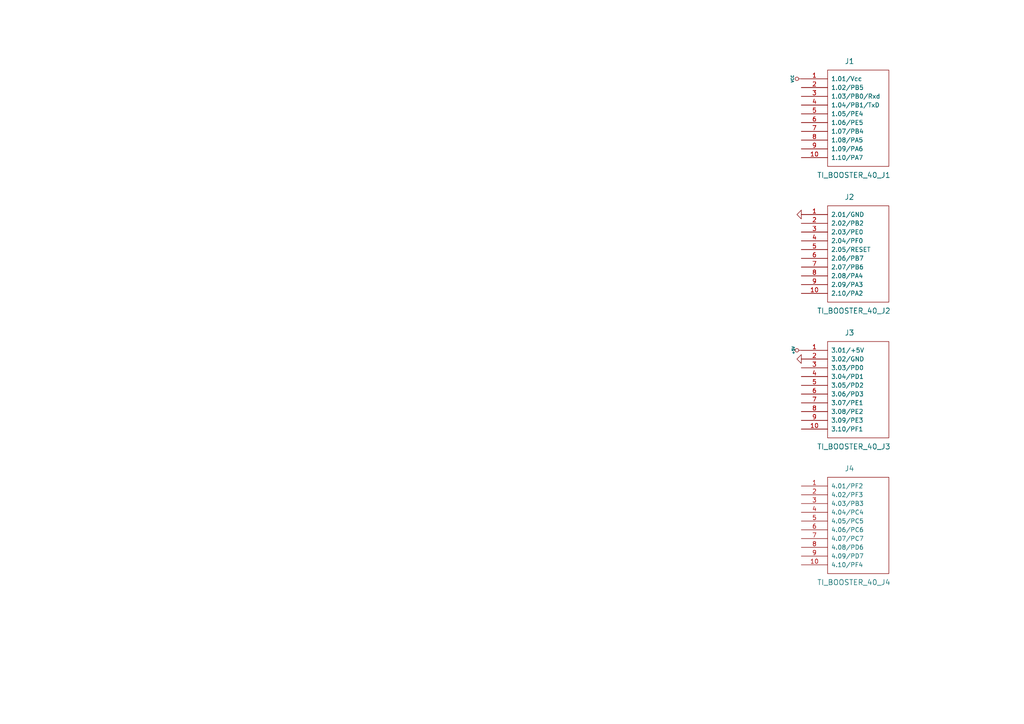
<source format=kicad_sch>
(kicad_sch (version 20230121) (generator eeschema)
  (paper "A4")
  (title_block (date "19 oct 2012"))
  (lib_symbols
    (symbol "boosterpack40_min-rescue:+5V" (power) (pin_names (offset 1.016))
      (property "Value" "+5V" (at 0 2.286 0))
      (symbol "+5V_0_0"
        (pin power_in line (at 0 0 90) (length 0) hide (name "+5V") (number "1"))
      )
      (symbol "+5V_0_1"
        (polyline (pts (xy 0 0) (xy 0 0.762) (xy 0 0.762) (xy 0 0.762)))
        (circle (center 0 1.27) (radius 0.508))
      )
    )
    (symbol "boosterpack40_min-rescue:GND" (power) (pin_names (offset 0))
      (symbol "GND_0_1"
        (polyline (pts (xy -1.27 0) (xy 0 -1.27) (xy 1.27 0) (xy -1.27 0)))
      )
      (symbol "GND_1_1"
        (pin power_in line (at 0 0 90) (length 0) hide (name "GND") (number "1"))
      )
    )
    (symbol "boosterpack40_min-rescue:Ti_Booster_40_J1" (pin_names (offset 1.016))
      (property "Reference" "J" (at -1.27 16.51 0))
      (property "Value" "Ti_Booster_40_J1" (at 0 -16.51 0))
      (symbol "Ti_Booster_40_J1_0_1"
        (rectangle (start -7.62 13.97) (end 10.16 -13.97))
      )
      (symbol "Ti_Booster_40_J1_1_1"
        (pin power_in line (at -15.24 11.43 0) (length 7.62) (name "1.01/Vcc") (number "1"))
        (pin bidirectional line (at -15.24 -11.43 0) (length 7.62) (name "1.10/PA7") (number "10"))
        (pin bidirectional line (at -15.24 8.89 0) (length 7.62) (name "1.02/PB5") (number "2"))
        (pin bidirectional line (at -15.24 6.35 0) (length 7.62) (name "1.03/PB0/Rxd") (number "3"))
        (pin bidirectional line (at -15.24 3.81 0) (length 7.62) (name "1.04/PB1/TxD") (number "4"))
        (pin bidirectional line (at -15.24 1.27 0) (length 7.62) (name "1.05/PE4") (number "5"))
        (pin bidirectional line (at -15.24 -1.27 0) (length 7.62) (name "1.06/PE5") (number "6"))
        (pin bidirectional line (at -15.24 -3.81 0) (length 7.62) (name "1.07/PB4") (number "7"))
        (pin bidirectional line (at -15.24 -6.35 0) (length 7.62) (name "1.08/PA5") (number "8"))
        (pin bidirectional line (at -15.24 -8.89 0) (length 7.62) (name "1.09/PA6") (number "9"))
      )
    )
    (symbol "boosterpack40_min-rescue:Ti_Booster_40_J2" (pin_names (offset 1.016))
      (property "Reference" "J" (at -1.27 16.51 0))
      (property "Value" "Ti_Booster_40_J2" (at 0 -16.51 0))
      (symbol "Ti_Booster_40_J2_0_1"
        (rectangle (start -7.62 13.97) (end 10.16 -13.97))
      )
      (symbol "Ti_Booster_40_J2_1_1"
        (pin power_in line (at -15.24 11.43 0) (length 7.62) (name "2.01/GND") (number "1"))
        (pin bidirectional line (at -15.24 -11.43 0) (length 7.62) (name "2.10/PA2") (number "10"))
        (pin bidirectional line (at -15.24 8.89 0) (length 7.62) (name "2.02/PB2") (number "2"))
        (pin bidirectional line (at -15.24 6.35 0) (length 7.62) (name "2.03/PE0") (number "3"))
        (pin bidirectional line (at -15.24 3.81 0) (length 7.62) (name "2.04/PF0") (number "4"))
        (pin bidirectional line (at -15.24 1.27 0) (length 7.62) (name "2.05/RESET") (number "5"))
        (pin bidirectional line (at -15.24 -1.27 0) (length 7.62) (name "2.06/PB7") (number "6"))
        (pin bidirectional line (at -15.24 -3.81 0) (length 7.62) (name "2.07/PB6") (number "7"))
        (pin bidirectional line (at -15.24 -6.35 0) (length 7.62) (name "2.08/PA4") (number "8"))
        (pin bidirectional line (at -15.24 -8.89 0) (length 7.62) (name "2.09/PA3") (number "9"))
      )
    )
    (symbol "boosterpack40_min-rescue:Ti_Booster_40_J3" (pin_names (offset 1.016))
      (property "Reference" "J" (at -1.27 16.51 0))
      (property "Value" "Ti_Booster_40_J3" (at 0 -16.51 0))
      (symbol "Ti_Booster_40_J3_0_1"
        (rectangle (start -7.62 13.97) (end 10.16 -13.97))
      )
      (symbol "Ti_Booster_40_J3_1_1"
        (pin power_in line (at -15.24 11.43 0) (length 7.62) (name "3.01/+5V") (number "1"))
        (pin bidirectional line (at -15.24 -11.43 0) (length 7.62) (name "3.10/PF1") (number "10"))
        (pin bidirectional line (at -15.24 8.89 0) (length 7.62) (name "3.02/GND") (number "2"))
        (pin bidirectional line (at -15.24 6.35 0) (length 7.62) (name "3.03/PD0") (number "3"))
        (pin bidirectional line (at -15.24 3.81 0) (length 7.62) (name "3.04/PD1") (number "4"))
        (pin bidirectional line (at -15.24 1.27 0) (length 7.62) (name "3.05/PD2") (number "5"))
        (pin bidirectional line (at -15.24 -1.27 0) (length 7.62) (name "3.06/PD3") (number "6"))
        (pin bidirectional line (at -15.24 -3.81 0) (length 7.62) (name "3.07/PE1") (number "7"))
        (pin bidirectional line (at -15.24 -6.35 0) (length 7.62) (name "3.08/PE2") (number "8"))
        (pin bidirectional line (at -15.24 -8.89 0) (length 7.62) (name "3.09/PE3") (number "9"))
      )
    )
    (symbol "boosterpack40_min-rescue:Ti_Booster_40_J4" (pin_names (offset 1.016))
      (property "Reference" "J" (at -1.27 16.51 0))
      (property "Value" "Ti_Booster_40_J4" (at 0 -16.51 0))
      (symbol "Ti_Booster_40_J4_0_1"
        (rectangle (start -7.62 13.97) (end 10.16 -13.97))
      )
      (symbol "Ti_Booster_40_J4_1_1"
        (pin power_in line (at -15.24 11.43 0) (length 7.62) (name "4.01/PF2") (number "1"))
        (pin bidirectional line (at -15.24 -11.43 0) (length 7.62) (name "4.10/PF4") (number "10"))
        (pin bidirectional line (at -15.24 8.89 0) (length 7.62) (name "4.02/PF3") (number "2"))
        (pin bidirectional line (at -15.24 6.35 0) (length 7.62) (name "4.03/PB3") (number "3"))
        (pin bidirectional line (at -15.24 3.81 0) (length 7.62) (name "4.04/PC4") (number "4"))
        (pin bidirectional line (at -15.24 1.27 0) (length 7.62) (name "4.05/PC5") (number "5"))
        (pin bidirectional line (at -15.24 -1.27 0) (length 7.62) (name "4.06/PC6") (number "6"))
        (pin bidirectional line (at -15.24 -3.81 0) (length 7.62) (name "4.07/PC7") (number "7"))
        (pin bidirectional line (at -15.24 -6.35 0) (length 7.62) (name "4.08/PD6") (number "8"))
        (pin bidirectional line (at -15.24 -8.89 0) (length 7.62) (name "4.09/PD7") (number "9"))
      )
    )
    (symbol "boosterpack40_min-rescue:VCC" (power) (pin_names (offset 0))
      (property "Value" "VCC" (at 0 2.54 0))
      (symbol "VCC_0_0"
        (pin power_in line (at 0 0 90) (length 0) hide (name "VCC") (number "1"))
      )
      (symbol "VCC_0_1"
        (polyline (pts (xy 0 0) (xy 0 0.762) (xy 0 0.762)))
        (circle (center 0 1.27) (radius 0.508))
      )
    )
  )
  (symbol (lib_id "boosterpack40_min-rescue:GND") (at 232.41 62.23 270) (unit 1)
    (property "Reference" "#PWR01" (effects hide))
    (property "Value" "GND" (effects hide))
  )
  (symbol (lib_id "boosterpack40_min-rescue:VCC") (at 232.41 22.86 90) (unit 1)
    (property "Reference" "#PWR02" (effects hide))
    (property "Value" "VCC" (at 229.87 22.86 0) (effects (font (size 0.762 0.762))))
  )
  (symbol (lib_id "boosterpack40_min-rescue:Ti_Booster_40_J1") (at 247.65 34.29 0) (unit 1)
    (property "Reference" "J1" (at 246.38 17.78 0) (effects (font (size 1.524 1.524))))
    (property "Value" "TI_BOOSTER_40_J1" (at 247.65 50.8 0) (effects (font (size 1.524 1.524))))
  )
  (symbol (lib_id "boosterpack40_min-rescue:Ti_Booster_40_J2") (at 247.65 73.66 0) (unit 1)
    (property "Reference" "J2" (at 246.38 57.15 0) (effects (font (size 1.524 1.524))))
    (property "Value" "TI_BOOSTER_40_J2" (at 247.65 90.17 0) (effects (font (size 1.524 1.524))))
  )
  (symbol (lib_id "boosterpack40_min-rescue:Ti_Booster_40_J3") (at 247.65 113.03 0) (unit 1)
    (property "Reference" "J3" (at 246.38 96.52 0) (effects (font (size 1.524 1.524))))
    (property "Value" "TI_BOOSTER_40_J3" (at 247.65 129.54 0) (effects (font (size 1.524 1.524))))
  )
  (symbol (lib_id "boosterpack40_min-rescue:Ti_Booster_40_J4") (at 247.65 152.4 0) (unit 1)
    (property "Reference" "J4" (at 246.38 135.89 0) (effects (font (size 1.524 1.524))))
    (property "Value" "TI_BOOSTER_40_J4" (at 247.65 168.91 0) (effects (font (size 1.524 1.524))))
  )
  (symbol (lib_id "boosterpack40_min-rescue:GND") (at 232.41 104.14 270) (unit 1)
    (property "Reference" "#PWR03" (effects hide))
    (property "Value" "GND" (effects hide))
  )
  (symbol (lib_id "boosterpack40_min-rescue:+5V") (at 232.41 101.6 90) (unit 1)
    (property "Reference" "#PWR04" (effects hide))
    (property "Value" "+5V" (at 230.124 101.6 0) (effects (font (size 0.762 0.762))))
  )
)
</source>
